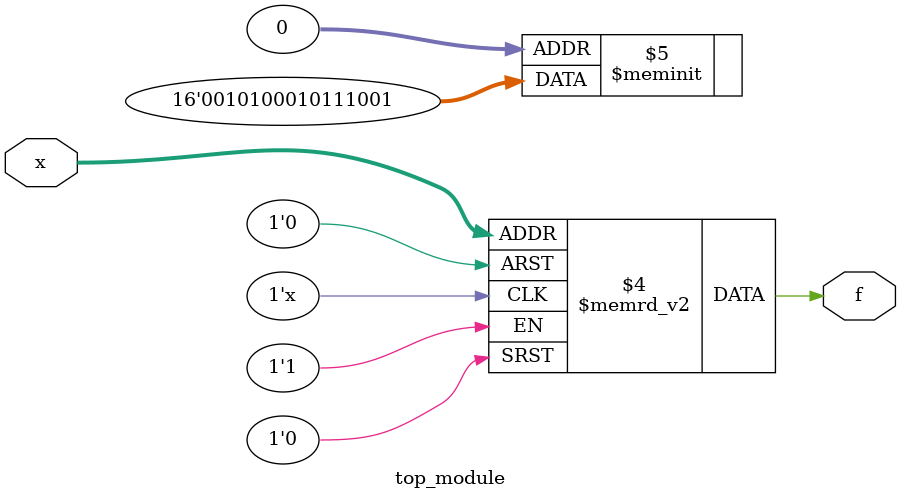
<source format=sv>
module top_module (
	input [4:1] x,
	output logic f
);
	
	always_comb begin
		case(x)
			4'b0000: f = 1;
			4'b0001: f = 0;
			4'b0011: f = 1;
			4'b0100: f = 1;
			4'b0101: f = 1;
			4'b0111: f = 1;
			4'b1000: f = 0;
			4'b1001: f = 0;
			4'b1011: f = 1;
			4'b1100: f = 0;
			4'b1101: f = 1;
			default: f = 0;
		endcase
    end

endmodule

</source>
